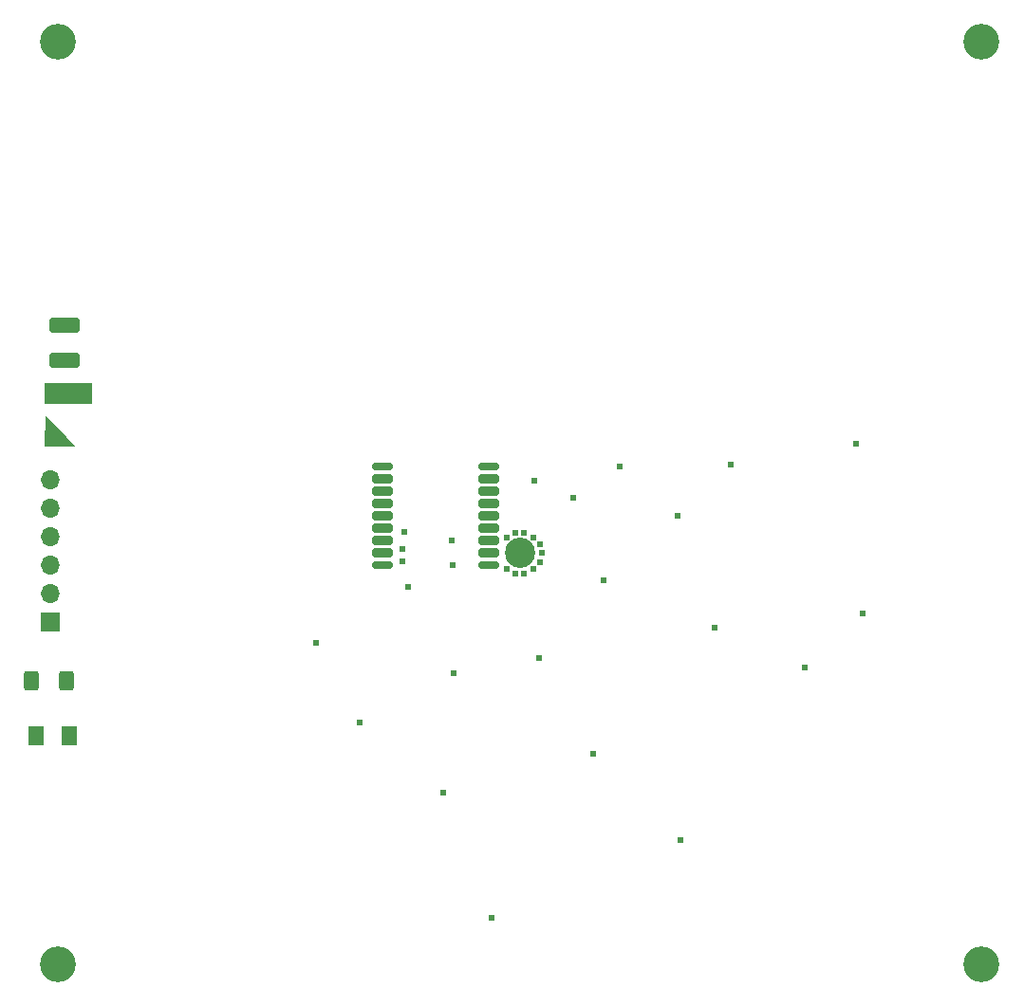
<source format=gbr>
%TF.GenerationSoftware,KiCad,Pcbnew,7.0.6-0*%
%TF.CreationDate,2024-12-08T09:24:40-03:00*%
%TF.ProjectId,CommsBoard,436f6d6d-7342-46f6-9172-642e6b696361,rev?*%
%TF.SameCoordinates,Original*%
%TF.FileFunction,Soldermask,Top*%
%TF.FilePolarity,Negative*%
%FSLAX46Y46*%
G04 Gerber Fmt 4.6, Leading zero omitted, Abs format (unit mm)*
G04 Created by KiCad (PCBNEW 7.0.6-0) date 2024-12-08 09:24:40*
%MOMM*%
%LPD*%
G01*
G04 APERTURE LIST*
G04 Aperture macros list*
%AMRoundRect*
0 Rectangle with rounded corners*
0 $1 Rounding radius*
0 $2 $3 $4 $5 $6 $7 $8 $9 X,Y pos of 4 corners*
0 Add a 4 corners polygon primitive as box body*
4,1,4,$2,$3,$4,$5,$6,$7,$8,$9,$2,$3,0*
0 Add four circle primitives for the rounded corners*
1,1,$1+$1,$2,$3*
1,1,$1+$1,$4,$5*
1,1,$1+$1,$6,$7*
1,1,$1+$1,$8,$9*
0 Add four rect primitives between the rounded corners*
20,1,$1+$1,$2,$3,$4,$5,0*
20,1,$1+$1,$4,$5,$6,$7,0*
20,1,$1+$1,$6,$7,$8,$9,0*
20,1,$1+$1,$8,$9,$2,$3,0*%
G04 Aperture macros list end*
%ADD10C,0.000100*%
%ADD11C,1.200000*%
%ADD12R,1.700000X1.700000*%
%ADD13O,1.700000X1.700000*%
%ADD14C,3.200000*%
%ADD15RoundRect,0.175000X-0.725000X-0.175000X0.725000X-0.175000X0.725000X0.175000X-0.725000X0.175000X0*%
%ADD16RoundRect,0.200000X-0.700000X-0.200000X0.700000X-0.200000X0.700000X0.200000X-0.700000X0.200000X0*%
%ADD17RoundRect,0.250000X0.400000X0.625000X-0.400000X0.625000X-0.400000X-0.625000X0.400000X-0.625000X0*%
%ADD18RoundRect,0.250000X1.100000X-0.412500X1.100000X0.412500X-1.100000X0.412500X-1.100000X-0.412500X0*%
%ADD19RoundRect,0.250001X-0.462499X-0.624999X0.462499X-0.624999X0.462499X0.624999X-0.462499X0.624999X0*%
%ADD20RoundRect,0.102000X2.050000X0.850000X-2.050000X0.850000X-2.050000X-0.850000X2.050000X-0.850000X0*%
%ADD21C,2.704000*%
%ADD22C,0.609600*%
G04 APERTURE END LIST*
%TO.C,BT1*%
D10*
X75760400Y-81785000D02*
X73110400Y-81810000D01*
X73160400Y-79160000D01*
X75760400Y-81785000D01*
G36*
X75760400Y-81785000D02*
G01*
X73110400Y-81810000D01*
X73160400Y-79160000D01*
X75760400Y-81785000D01*
G37*
%TD*%
D11*
%TO.C,*%
X115510400Y-91400000D03*
%TD*%
D12*
%TO.C,J1*%
X73610400Y-97550000D03*
D13*
X73610400Y-95010000D03*
X73610400Y-92470000D03*
X73610400Y-89930000D03*
X73610400Y-87390000D03*
X73610400Y-84850000D03*
%TD*%
D14*
%TO.C,REF\u002A\u002A*%
X156700000Y-128100000D03*
%TD*%
%TO.C,REF\u002A\u002A*%
X74300000Y-128100000D03*
%TD*%
D15*
%TO.C,U1*%
X103270400Y-83690000D03*
D16*
X103270400Y-84790000D03*
X103270400Y-85890000D03*
X103270400Y-86990000D03*
X103270400Y-88090000D03*
X103270400Y-89190000D03*
X103270400Y-90290000D03*
X103270400Y-91390000D03*
D15*
X103270400Y-92490000D03*
X112770400Y-92490000D03*
D16*
X112770400Y-91390000D03*
X112770400Y-90290000D03*
X112770400Y-89190000D03*
X112770400Y-88090000D03*
X112770400Y-86990000D03*
X112770400Y-85890000D03*
X112770400Y-84790000D03*
D15*
X112770400Y-83690000D03*
%TD*%
D14*
%TO.C,REF\u002A\u002A*%
X74300000Y-45700000D03*
%TD*%
D17*
%TO.C,R1*%
X75060400Y-102800000D03*
X71960400Y-102800000D03*
%TD*%
D14*
%TO.C,REF\u002A\u002A*%
X156700000Y-45700000D03*
%TD*%
D18*
%TO.C,C2*%
X74910400Y-74162500D03*
X74910400Y-71037500D03*
%TD*%
D19*
%TO.C,D1*%
X72322900Y-107700000D03*
X75297900Y-107700000D03*
%TD*%
D20*
%TO.C,BT1*%
X75260400Y-77160000D03*
%TD*%
D21*
%TO.C,*%
X115510400Y-91400000D03*
%TD*%
D22*
X115910400Y-93210000D03*
X129610400Y-88100000D03*
X117510400Y-91410000D03*
X134310400Y-83500000D03*
X116810400Y-84900000D03*
X116710400Y-90010000D03*
X132910400Y-98100000D03*
X145510400Y-81600000D03*
X129810400Y-117000000D03*
X120310400Y-86500000D03*
X101210400Y-106500000D03*
X109510400Y-92510000D03*
X108710400Y-112800000D03*
X140910400Y-101600000D03*
X115110400Y-93210000D03*
X109610400Y-102100000D03*
X117310400Y-92210000D03*
X123010400Y-93800000D03*
X109410400Y-90310000D03*
X97310400Y-99400000D03*
X117310400Y-90610000D03*
X105010400Y-92100000D03*
X114310400Y-90010000D03*
X105010400Y-91000000D03*
X122010400Y-109300000D03*
X115110400Y-89610000D03*
X115910400Y-89610000D03*
X113010400Y-124000000D03*
X114310400Y-92810000D03*
X124410400Y-83700000D03*
X116710400Y-92810000D03*
X146110400Y-96800000D03*
X117210400Y-100800000D03*
X105510400Y-94400000D03*
X105210400Y-89500000D03*
M02*

</source>
